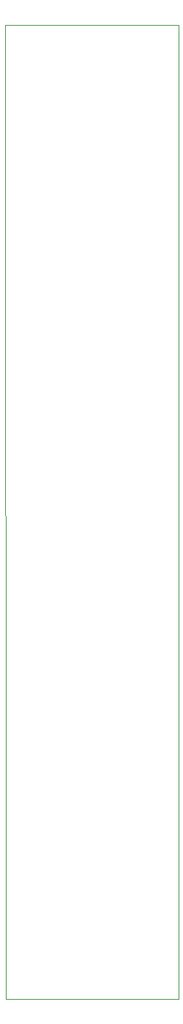
<source format=gbr>
%TF.GenerationSoftware,KiCad,Pcbnew,6.0.11+dfsg-1~bpo11+1*%
%TF.CreationDate,2023-12-01T17:46:12+08:00*%
%TF.ProjectId,MiniAttenuMix v0.3 - Main,4d696e69-4174-4746-956e-754d69782076,v0.3*%
%TF.SameCoordinates,Original*%
%TF.FileFunction,Profile,NP*%
%FSLAX46Y46*%
G04 Gerber Fmt 4.6, Leading zero omitted, Abs format (unit mm)*
G04 Created by KiCad (PCBNEW 6.0.11+dfsg-1~bpo11+1) date 2023-12-01 17:46:12*
%MOMM*%
%LPD*%
G01*
G04 APERTURE LIST*
%TA.AperFunction,Profile*%
%ADD10C,0.100000*%
%TD*%
G04 APERTURE END LIST*
D10*
X139900000Y-38000000D02*
X140000000Y-150200000D01*
X160000000Y-150200000D02*
X160000000Y-38000000D01*
X140000000Y-150200000D02*
X160000000Y-150200000D01*
X139900000Y-38000000D02*
X160000000Y-38000000D01*
M02*

</source>
